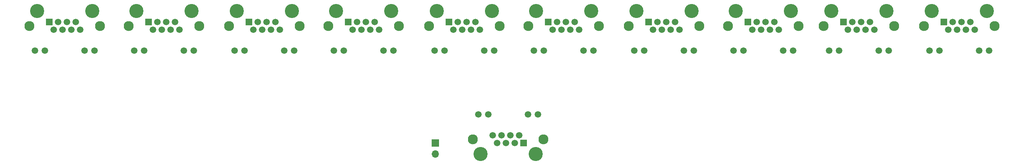
<source format=gbr>
%TF.GenerationSoftware,KiCad,Pcbnew,(5.1.10)-1*%
%TF.CreationDate,2021-12-13T10:36:09-08:00*%
%TF.ProjectId,Ethernet Splitter,45746865-726e-4657-9420-53706c697474,rev?*%
%TF.SameCoordinates,Original*%
%TF.FileFunction,Soldermask,Bot*%
%TF.FilePolarity,Negative*%
%FSLAX46Y46*%
G04 Gerber Fmt 4.6, Leading zero omitted, Abs format (unit mm)*
G04 Created by KiCad (PCBNEW (5.1.10)-1) date 2021-12-13 10:36:09*
%MOMM*%
%LPD*%
G01*
G04 APERTURE LIST*
%ADD10O,1.700000X1.700000*%
%ADD11R,1.700000X1.700000*%
%ADD12C,1.500000*%
%ADD13C,2.300000*%
%ADD14C,3.250000*%
%ADD15R,1.500000X1.500000*%
G04 APERTURE END LIST*
D10*
%TO.C,J112*%
X134620000Y-109220000D03*
D11*
X134620000Y-106680000D03*
%TD*%
D12*
%TO.C,J111*%
X217030000Y-85360000D03*
X214740000Y-85360000D03*
X205600000Y-85360000D03*
X203310000Y-85360000D03*
D13*
X202040000Y-79650000D03*
X218300000Y-79650000D03*
D14*
X216520000Y-76220000D03*
X203820000Y-76220000D03*
D12*
X213722000Y-80540000D03*
X211690000Y-80540000D03*
X209658000Y-80540000D03*
X207626000Y-80540000D03*
X212706000Y-78760000D03*
X210674000Y-78760000D03*
X208642000Y-78760000D03*
D15*
X206610000Y-78760000D03*
%TD*%
D12*
%TO.C,J110*%
X144520000Y-100080000D03*
X146810000Y-100080000D03*
X155950000Y-100080000D03*
X158240000Y-100080000D03*
D13*
X159510000Y-105790000D03*
X143250000Y-105790000D03*
D14*
X145030000Y-109220000D03*
X157730000Y-109220000D03*
D12*
X147828000Y-104900000D03*
X149860000Y-104900000D03*
X151892000Y-104900000D03*
X153924000Y-104900000D03*
X148844000Y-106680000D03*
X150876000Y-106680000D03*
X152908000Y-106680000D03*
D15*
X154940000Y-106680000D03*
%TD*%
D12*
%TO.C,J109*%
X194170000Y-85340000D03*
X191880000Y-85340000D03*
X182740000Y-85340000D03*
X180450000Y-85340000D03*
D13*
X179180000Y-79630000D03*
X195440000Y-79630000D03*
D14*
X193660000Y-76200000D03*
X180960000Y-76200000D03*
D12*
X190862000Y-80520000D03*
X188830000Y-80520000D03*
X186798000Y-80520000D03*
X184766000Y-80520000D03*
X189846000Y-78740000D03*
X187814000Y-78740000D03*
X185782000Y-78740000D03*
D15*
X183750000Y-78740000D03*
%TD*%
D12*
%TO.C,J108*%
X171020000Y-85360000D03*
X168730000Y-85360000D03*
X159590000Y-85360000D03*
X157300000Y-85360000D03*
D13*
X156030000Y-79650000D03*
X172290000Y-79650000D03*
D14*
X170510000Y-76220000D03*
X157810000Y-76220000D03*
D12*
X167712000Y-80540000D03*
X165680000Y-80540000D03*
X163648000Y-80540000D03*
X161616000Y-80540000D03*
X166696000Y-78760000D03*
X164664000Y-78760000D03*
X162632000Y-78760000D03*
D15*
X160600000Y-78760000D03*
%TD*%
D12*
%TO.C,J107*%
X262130000Y-85340000D03*
X259840000Y-85340000D03*
X250700000Y-85340000D03*
X248410000Y-85340000D03*
D13*
X247140000Y-79630000D03*
X263400000Y-79630000D03*
D14*
X261620000Y-76200000D03*
X248920000Y-76200000D03*
D12*
X258822000Y-80520000D03*
X256790000Y-80520000D03*
X254758000Y-80520000D03*
X252726000Y-80520000D03*
X257806000Y-78740000D03*
X255774000Y-78740000D03*
X253742000Y-78740000D03*
D15*
X251710000Y-78740000D03*
%TD*%
D12*
%TO.C,J106*%
X148160000Y-85340000D03*
X145870000Y-85340000D03*
X136730000Y-85340000D03*
X134440000Y-85340000D03*
D13*
X133170000Y-79630000D03*
X149430000Y-79630000D03*
D14*
X147650000Y-76200000D03*
X134950000Y-76200000D03*
D12*
X144852000Y-80520000D03*
X142820000Y-80520000D03*
X140788000Y-80520000D03*
X138756000Y-80520000D03*
X143836000Y-78740000D03*
X141804000Y-78740000D03*
X139772000Y-78740000D03*
D15*
X137740000Y-78740000D03*
%TD*%
D12*
%TO.C,J105*%
X125010000Y-85360000D03*
X122720000Y-85360000D03*
X113580000Y-85360000D03*
X111290000Y-85360000D03*
D13*
X110020000Y-79650000D03*
X126280000Y-79650000D03*
D14*
X124500000Y-76220000D03*
X111800000Y-76220000D03*
D12*
X121702000Y-80540000D03*
X119670000Y-80540000D03*
X117638000Y-80540000D03*
X115606000Y-80540000D03*
X120686000Y-78760000D03*
X118654000Y-78760000D03*
X116622000Y-78760000D03*
D15*
X114590000Y-78760000D03*
%TD*%
D12*
%TO.C,J104*%
X239020000Y-85340000D03*
X236730000Y-85340000D03*
X227590000Y-85340000D03*
X225300000Y-85340000D03*
D13*
X224030000Y-79630000D03*
X240290000Y-79630000D03*
D14*
X238510000Y-76200000D03*
X225810000Y-76200000D03*
D12*
X235712000Y-80520000D03*
X233680000Y-80520000D03*
X231648000Y-80520000D03*
X229616000Y-80520000D03*
X234696000Y-78740000D03*
X232664000Y-78740000D03*
X230632000Y-78740000D03*
D15*
X228600000Y-78740000D03*
%TD*%
D12*
%TO.C,J103*%
X102150000Y-85340000D03*
X99860000Y-85340000D03*
X90720000Y-85340000D03*
X88430000Y-85340000D03*
D13*
X87160000Y-79630000D03*
X103420000Y-79630000D03*
D14*
X101640000Y-76200000D03*
X88940000Y-76200000D03*
D12*
X98842000Y-80520000D03*
X96810000Y-80520000D03*
X94778000Y-80520000D03*
X92746000Y-80520000D03*
X97826000Y-78740000D03*
X95794000Y-78740000D03*
X93762000Y-78740000D03*
D15*
X91730000Y-78740000D03*
%TD*%
D12*
%TO.C,J102*%
X79000000Y-85360000D03*
X76710000Y-85360000D03*
X67570000Y-85360000D03*
X65280000Y-85360000D03*
D13*
X64010000Y-79650000D03*
X80270000Y-79650000D03*
D14*
X78490000Y-76220000D03*
X65790000Y-76220000D03*
D12*
X75692000Y-80540000D03*
X73660000Y-80540000D03*
X71628000Y-80540000D03*
X69596000Y-80540000D03*
X74676000Y-78760000D03*
X72644000Y-78760000D03*
X70612000Y-78760000D03*
D15*
X68580000Y-78760000D03*
%TD*%
D12*
%TO.C,J101*%
X56140000Y-85340000D03*
X53850000Y-85340000D03*
X44710000Y-85340000D03*
X42420000Y-85340000D03*
D13*
X41150000Y-79630000D03*
X57410000Y-79630000D03*
D14*
X55630000Y-76200000D03*
X42930000Y-76200000D03*
D12*
X52832000Y-80520000D03*
X50800000Y-80520000D03*
X48768000Y-80520000D03*
X46736000Y-80520000D03*
X51816000Y-78740000D03*
X49784000Y-78740000D03*
X47752000Y-78740000D03*
D15*
X45720000Y-78740000D03*
%TD*%
M02*

</source>
